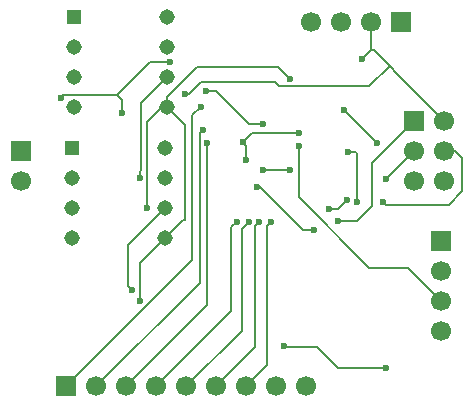
<source format=gbr>
%TF.GenerationSoftware,KiCad,Pcbnew,9.0.4*%
%TF.CreationDate,2025-11-20T06:57:18+02:00*%
%TF.ProjectId,test_5,74657374-5f35-42e6-9b69-6361645f7063,rev?*%
%TF.SameCoordinates,Original*%
%TF.FileFunction,Copper,L2,Bot*%
%TF.FilePolarity,Positive*%
%FSLAX46Y46*%
G04 Gerber Fmt 4.6, Leading zero omitted, Abs format (unit mm)*
G04 Created by KiCad (PCBNEW 9.0.4) date 2025-11-20 06:57:18*
%MOMM*%
%LPD*%
G01*
G04 APERTURE LIST*
%TA.AperFunction,ComponentPad*%
%ADD10R,1.308000X1.308000*%
%TD*%
%TA.AperFunction,ComponentPad*%
%ADD11C,1.308000*%
%TD*%
%TA.AperFunction,ComponentPad*%
%ADD12R,1.700000X1.700000*%
%TD*%
%TA.AperFunction,ComponentPad*%
%ADD13C,1.700000*%
%TD*%
%TA.AperFunction,ViaPad*%
%ADD14C,0.600000*%
%TD*%
%TA.AperFunction,Conductor*%
%ADD15C,0.200000*%
%TD*%
G04 APERTURE END LIST*
D10*
%TO.P,U1,1,A0*%
%TO.N,/Vcc*%
X70616000Y-100838000D03*
D11*
%TO.P,U1,2,A1*%
X70616000Y-103378000D03*
%TO.P,U1,3,A2*%
X70616000Y-105918000D03*
%TO.P,U1,4,GND*%
%TO.N,GND*%
X70616000Y-108458000D03*
%TO.P,U1,5,SDA*%
%TO.N,/SDA*%
X78486000Y-108458000D03*
%TO.P,U1,6,SCL*%
%TO.N,/SCL*%
X78486000Y-105918000D03*
%TO.P,U1,7,WP*%
%TO.N,GND*%
X78486000Y-103378000D03*
%TO.P,U1,8,VCC*%
%TO.N,unconnected-(U1-VCC-Pad8)*%
X78486000Y-100838000D03*
%TD*%
D12*
%TO.P,J4,1,Pin_1*%
%TO.N,/MOSI*%
X99441000Y-109601000D03*
D13*
%TO.P,J4,2,Pin_2*%
%TO.N,/Vcc*%
X101981000Y-109601000D03*
%TO.P,J4,3,Pin_3*%
%TO.N,/SCK*%
X99441000Y-112141000D03*
%TO.P,J4,4,Pin_4*%
%TO.N,/MISO*%
X101981000Y-112141000D03*
%TO.P,J4,5,Pin_5*%
%TO.N,/RESET*%
X99441000Y-114681000D03*
%TO.P,J4,6,Pin_6*%
%TO.N,GND*%
X101981000Y-114681000D03*
%TD*%
D12*
%TO.P,J1,1,Pin_1*%
%TO.N,GND*%
X101727000Y-119761000D03*
D13*
%TO.P,J1,2,Pin_2*%
%TO.N,/Vcc*%
X101727000Y-122301000D03*
%TO.P,J1,3,Pin_3*%
%TO.N,/SDA*%
X101727000Y-124841000D03*
%TO.P,J1,4,Pin_4*%
%TO.N,/SCL*%
X101727000Y-127381000D03*
%TD*%
D12*
%TO.P,J3,1,Pin_1*%
%TO.N,/D2*%
X69977000Y-132080000D03*
D13*
%TO.P,J3,2,Pin_2*%
%TO.N,/D3*%
X72517000Y-132080000D03*
%TO.P,J3,3,Pin_3*%
%TO.N,/D4*%
X75057000Y-132080000D03*
%TO.P,J3,4,Pin_4*%
%TO.N,/D5*%
X77597000Y-132080000D03*
%TO.P,J3,5,Pin_5*%
%TO.N,/D6*%
X80137000Y-132080000D03*
%TO.P,J3,6,Pin_6*%
%TO.N,/D7*%
X82677000Y-132080000D03*
%TO.P,J3,7,Pin_7*%
%TO.N,/D8*%
X85217000Y-132080000D03*
%TO.P,J3,8,Pin_8*%
%TO.N,GND*%
X87757000Y-132080000D03*
%TO.P,J3,9,Pin_9*%
%TO.N,/Vcc*%
X90297000Y-132080000D03*
%TD*%
D12*
%TO.P,J2,1,Pin_1*%
%TO.N,GND*%
X98298000Y-101219000D03*
D13*
%TO.P,J2,2,Pin_2*%
%TO.N,/Vcc*%
X95758000Y-101219000D03*
%TO.P,J2,3,Pin_3*%
%TO.N,/RX*%
X93218000Y-101219000D03*
%TO.P,J2,4,Pin_4*%
%TO.N,/TX*%
X90678000Y-101219000D03*
%TD*%
D12*
%TO.P,BT1,1,+*%
%TO.N,Net-(BT1-+)*%
X66167000Y-112141000D03*
D13*
%TO.P,BT1,2,-*%
%TO.N,GND*%
X66167000Y-114681000D03*
%TD*%
D10*
%TO.P,U2,1,A0*%
%TO.N,/Vcc*%
X70489000Y-111887000D03*
D11*
%TO.P,U2,2,A1*%
%TO.N,GND*%
X70489000Y-114427000D03*
%TO.P,U2,3,A2*%
%TO.N,/Vcc*%
X70489000Y-116967000D03*
%TO.P,U2,4,GND*%
%TO.N,GND*%
X70489000Y-119507000D03*
%TO.P,U2,5,SDA*%
%TO.N,/SDA*%
X78359000Y-119507000D03*
%TO.P,U2,6,SCL*%
%TO.N,/SCL*%
X78359000Y-116967000D03*
%TO.P,U2,7,WP*%
%TO.N,GND*%
X78359000Y-114427000D03*
%TO.P,U2,8,VCC*%
%TO.N,unconnected-(U2-VCC-Pad8)*%
X78359000Y-111887000D03*
%TD*%
D14*
%TO.N,Net-(BT1-+)*%
X88900000Y-113792000D03*
X86614000Y-113792000D03*
X74676000Y-108966000D03*
X69532500Y-107632500D03*
X78740000Y-104648000D03*
%TO.N,GND*%
X93853000Y-112268000D03*
X85217000Y-112903000D03*
X84963000Y-111379000D03*
X89662000Y-110617000D03*
X94615000Y-116459000D03*
%TO.N,Net-(U4-PB6)*%
X90932000Y-118872000D03*
X86106000Y-115189000D03*
%TO.N,/SCK*%
X97028000Y-114554000D03*
%TO.N,/SCL*%
X81788000Y-107061000D03*
X76200000Y-114427000D03*
X75565000Y-123952000D03*
X97028000Y-130556000D03*
X88392000Y-128651000D03*
X86614000Y-109855000D03*
%TO.N,/SDA*%
X76835000Y-116967000D03*
X76200000Y-124841000D03*
X89662000Y-111760000D03*
X88900000Y-106045000D03*
%TO.N,/Vcc*%
X94996000Y-104394000D03*
X80010000Y-107315000D03*
%TO.N,/D3*%
X81534000Y-110363000D03*
%TO.N,/D5*%
X84391500Y-118173500D03*
%TO.N,/D8*%
X87338000Y-118148000D03*
%TO.N,/D6*%
X85407500Y-118173500D03*
%TO.N,/D2*%
X81343500Y-108394500D03*
%TO.N,/D7*%
X86296500Y-118173500D03*
%TO.N,/D4*%
X81915000Y-111506000D03*
%TO.N,/MOSI*%
X92964000Y-118110000D03*
%TO.N,/RESET*%
X93472000Y-108712000D03*
X96266000Y-111506000D03*
%TO.N,/MISO*%
X92202000Y-117094000D03*
X93726000Y-116332000D03*
X96774000Y-116459000D03*
%TD*%
D15*
%TO.N,Net-(BT1-+)*%
X74295000Y-107442000D02*
X77089000Y-104648000D01*
X88900000Y-113792000D02*
X86614000Y-113792000D01*
X69532500Y-107632500D02*
X69723000Y-107442000D01*
X77089000Y-104648000D02*
X78740000Y-104648000D01*
X69723000Y-107442000D02*
X74295000Y-107442000D01*
X74676000Y-107823000D02*
X74295000Y-107442000D01*
X74676000Y-108966000D02*
X74676000Y-107823000D01*
%TO.N,GND*%
X84836000Y-111506000D02*
X84963000Y-111379000D01*
X85217000Y-111760000D02*
X84963000Y-111506000D01*
X85217000Y-112903000D02*
X85217000Y-111760000D01*
X94488000Y-112268000D02*
X93853000Y-112268000D01*
X85725000Y-110617000D02*
X84963000Y-111379000D01*
X94615000Y-116459000D02*
X94615000Y-112395000D01*
X94615000Y-112395000D02*
X94488000Y-112268000D01*
X84963000Y-111506000D02*
X84836000Y-111506000D01*
X89662000Y-110617000D02*
X85725000Y-110617000D01*
%TO.N,Net-(U4-PB6)*%
X86360000Y-115189000D02*
X90043000Y-118872000D01*
X90043000Y-118872000D02*
X90932000Y-118872000D01*
X86106000Y-115189000D02*
X86360000Y-115189000D01*
%TO.N,/SCK*%
X99441000Y-112141000D02*
X97028000Y-114554000D01*
X99441000Y-112141000D02*
X100076000Y-112141000D01*
%TO.N,/SCL*%
X91186000Y-128778000D02*
X88519000Y-128778000D01*
X81788000Y-107061000D02*
X82677000Y-107061000D01*
X82677000Y-107061000D02*
X85471000Y-109855000D01*
X75184000Y-123571000D02*
X75184000Y-120142000D01*
X76200000Y-113919000D02*
X76327000Y-113792000D01*
X92964000Y-130556000D02*
X91186000Y-128778000D01*
X76327000Y-108077000D02*
X78486000Y-105918000D01*
X88519000Y-128778000D02*
X88392000Y-128651000D01*
X75184000Y-120142000D02*
X78359000Y-116967000D01*
X76200000Y-114427000D02*
X76200000Y-113919000D01*
X85471000Y-109855000D02*
X86614000Y-109855000D01*
X97028000Y-130556000D02*
X92964000Y-130556000D01*
X76327000Y-113792000D02*
X76327000Y-108077000D01*
X75565000Y-123952000D02*
X75184000Y-123571000D01*
X78105000Y-116967000D02*
X78359000Y-116967000D01*
%TO.N,/SDA*%
X76200000Y-124841000D02*
X76200000Y-121666000D01*
X89662000Y-111760000D02*
X89662000Y-116078000D01*
X76200000Y-121666000D02*
X78359000Y-119507000D01*
X88900000Y-106045000D02*
X87884000Y-105029000D01*
X80010000Y-109982000D02*
X78486000Y-108458000D01*
X76835000Y-116967000D02*
X76835000Y-109728000D01*
X76835000Y-109728000D02*
X78105000Y-108458000D01*
X78359000Y-119507000D02*
X79883000Y-117983000D01*
X95631000Y-122047000D02*
X98933000Y-122047000D01*
X98933000Y-122047000D02*
X101727000Y-124841000D01*
X87884000Y-105029000D02*
X81005497Y-105029000D01*
X78105000Y-108458000D02*
X78486000Y-108458000D01*
X79883000Y-117983000D02*
X80010000Y-117983000D01*
X78486000Y-107548497D02*
X78486000Y-108458000D01*
X89662000Y-116078000D02*
X95631000Y-122047000D01*
X80010000Y-117983000D02*
X80010000Y-109982000D01*
X81005497Y-105029000D02*
X78486000Y-107548497D01*
%TO.N,/Vcc*%
X97980500Y-105600500D02*
X101981000Y-109601000D01*
X95758000Y-103632000D02*
X96012000Y-103632000D01*
X87630000Y-106299000D02*
X88011000Y-106680000D01*
X95631000Y-106680000D02*
X97345500Y-104965500D01*
X95758000Y-103632000D02*
X95758000Y-101219000D01*
X88011000Y-106680000D02*
X95631000Y-106680000D01*
X96012000Y-103632000D02*
X97345500Y-104965500D01*
X81407000Y-106299000D02*
X87630000Y-106299000D01*
X80010000Y-107315000D02*
X80391000Y-107315000D01*
X96139000Y-101600000D02*
X95758000Y-101219000D01*
X97345500Y-104965500D02*
X97980500Y-105600500D01*
X80391000Y-107315000D02*
X81407000Y-106299000D01*
X94996000Y-104394000D02*
X95758000Y-103632000D01*
%TO.N,/D3*%
X81280000Y-123317000D02*
X72517000Y-132080000D01*
X81534000Y-110363000D02*
X81280000Y-110617000D01*
X81280000Y-110617000D02*
X81280000Y-123317000D01*
%TO.N,/D5*%
X83947000Y-125730000D02*
X77597000Y-132080000D01*
X84391500Y-118173500D02*
X83947000Y-118618000D01*
X83947000Y-118618000D02*
X83947000Y-125730000D01*
%TO.N,/D8*%
X86995000Y-118491000D02*
X86995000Y-130302000D01*
X86995000Y-130302000D02*
X85217000Y-132080000D01*
X87338000Y-118148000D02*
X86995000Y-118491000D01*
%TO.N,/D6*%
X84836000Y-127381000D02*
X80137000Y-132080000D01*
X84836000Y-118745000D02*
X84836000Y-127381000D01*
X85407500Y-118173500D02*
X84836000Y-118745000D01*
%TO.N,/D2*%
X81343500Y-108394500D02*
X80645000Y-109093000D01*
X80645000Y-121412000D02*
X69977000Y-132080000D01*
X80645000Y-109093000D02*
X80645000Y-121412000D01*
%TO.N,/D7*%
X85979000Y-128778000D02*
X82677000Y-132080000D01*
X85979000Y-118491000D02*
X85979000Y-128778000D01*
X86296500Y-118173500D02*
X85979000Y-118491000D01*
%TO.N,/D4*%
X81915000Y-125222000D02*
X81915000Y-111506000D01*
X75057000Y-132080000D02*
X81915000Y-125222000D01*
%TO.N,/MOSI*%
X95885000Y-116840000D02*
X95885000Y-113157000D01*
X92964000Y-118110000D02*
X94615000Y-118110000D01*
X94615000Y-118110000D02*
X95885000Y-116840000D01*
X95885000Y-113157000D02*
X99441000Y-109601000D01*
%TO.N,/RESET*%
X96266000Y-111506000D02*
X93472000Y-108712000D01*
%TO.N,/MISO*%
X92964000Y-117094000D02*
X93726000Y-116332000D01*
X96774000Y-116459000D02*
X97028000Y-116713000D01*
X97028000Y-116713000D02*
X102362000Y-116713000D01*
X92202000Y-117094000D02*
X92964000Y-117094000D01*
X102362000Y-116713000D02*
X103505000Y-115570000D01*
X102870000Y-112141000D02*
X101981000Y-112141000D01*
X103505000Y-112776000D02*
X102870000Y-112141000D01*
X103505000Y-115570000D02*
X103505000Y-112776000D01*
%TD*%
M02*

</source>
